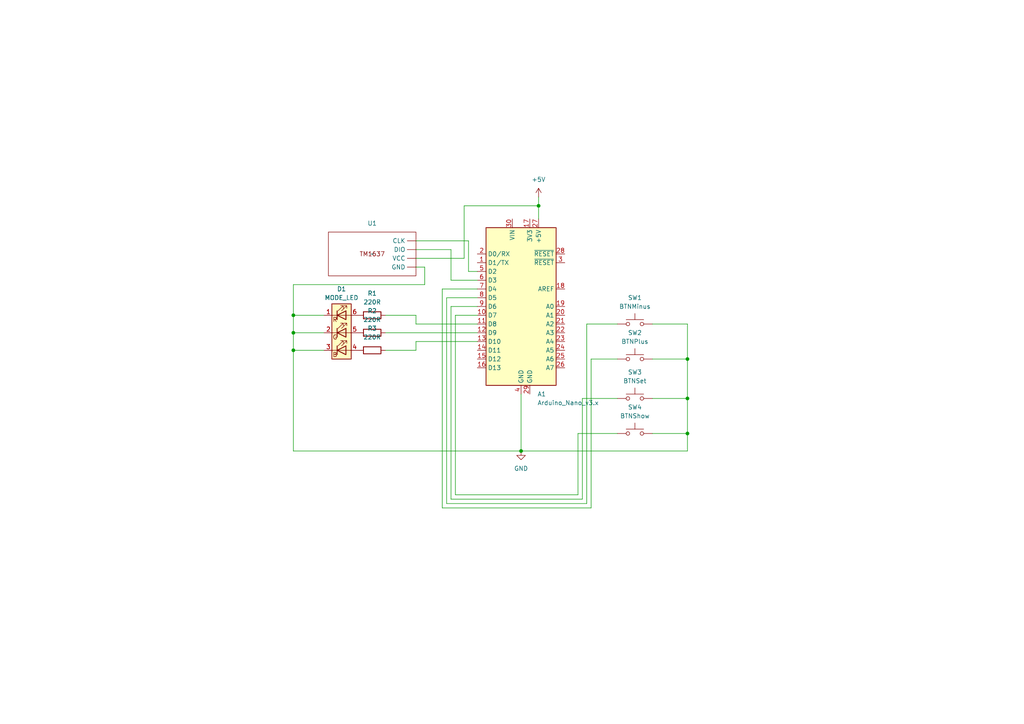
<source format=kicad_sch>
(kicad_sch (version 20230121) (generator eeschema)
  (paper "A4")
  (lib_symbols
    (symbol "Device:LED_RGB" (pin_names (offset 0) hide)
      (property "Reference" "D" (at 0 9.398 0))
      (property "Value" "LED_RGB" (at 0 -8.89 0))
      (symbol "LED_RGB_0_0"
        (text "B" (at -1.905 -6.35 0) (effects (font (size 1.27 1.27))))
        (text "G" (at -1.905 -1.27 0) (effects (font (size 1.27 1.27))))
        (text "R" (at -1.905 3.81 0) (effects (font (size 1.27 1.27))))
      )
      (symbol "LED_RGB_0_1"
        (polyline (pts (xy -1.27 -5.08) (xy -2.54 -5.08)))
        (polyline (pts (xy -1.27 -5.08) (xy 1.27 -5.08)))
        (polyline (pts (xy -1.27 -3.81) (xy -1.27 -6.35)) (stroke (width 0.254)))
        (polyline (pts (xy -1.27 0) (xy -2.54 0)))
        (polyline (pts (xy -1.27 1.27) (xy -1.27 -1.27)) (stroke (width 0.254)))
        (polyline (pts (xy -1.27 5.08) (xy -2.54 5.08)))
        (polyline (pts (xy -1.27 5.08) (xy 1.27 5.08)))
        (polyline (pts (xy -1.27 6.35) (xy -1.27 3.81)) (stroke (width 0.254)))
        (polyline (pts (xy 1.27 -5.08) (xy 2.54 -5.08)))
        (polyline (pts (xy 1.27 0) (xy -1.27 0)))
        (polyline (pts (xy 1.27 0) (xy 2.54 0)))
        (polyline (pts (xy 1.27 5.08) (xy 2.54 5.08)))
        (polyline (pts (xy -1.27 1.27) (xy -1.27 -1.27) (xy -1.27 -1.27)))
        (polyline (pts (xy -1.27 6.35) (xy -1.27 3.81) (xy -1.27 3.81)))
        (polyline (pts (xy 1.27 -3.81) (xy 1.27 -6.35) (xy -1.27 -5.08) (xy 1.27 -3.81)) (stroke (width 0.254)))
        (polyline (pts (xy 1.27 1.27) (xy 1.27 -1.27) (xy -1.27 0) (xy 1.27 1.27)) (stroke (width 0.254)))
        (polyline (pts (xy 1.27 6.35) (xy 1.27 3.81) (xy -1.27 5.08) (xy 1.27 6.35)) (stroke (width 0.254)))
        (polyline (pts (xy -1.016 -3.81) (xy 0.508 -2.286) (xy -0.254 -2.286) (xy 0.508 -2.286) (xy 0.508 -3.048)))
        (polyline (pts (xy -1.016 1.27) (xy 0.508 2.794) (xy -0.254 2.794) (xy 0.508 2.794) (xy 0.508 2.032)))
        (polyline (pts (xy -1.016 6.35) (xy 0.508 7.874) (xy -0.254 7.874) (xy 0.508 7.874) (xy 0.508 7.112)))
        (polyline (pts (xy 0 -3.81) (xy 1.524 -2.286) (xy 0.762 -2.286) (xy 1.524 -2.286) (xy 1.524 -3.048)))
        (polyline (pts (xy 0 1.27) (xy 1.524 2.794) (xy 0.762 2.794) (xy 1.524 2.794) (xy 1.524 2.032)))
        (polyline (pts (xy 0 6.35) (xy 1.524 7.874) (xy 0.762 7.874) (xy 1.524 7.874) (xy 1.524 7.112)))
        (rectangle (start 1.27 -1.27) (end 1.27 1.27))
        (rectangle (start 1.27 1.27) (end 1.27 1.27))
        (rectangle (start 1.27 3.81) (end 1.27 6.35))
        (rectangle (start 1.27 6.35) (end 1.27 6.35))
        (rectangle (start 2.794 8.382) (end -2.794 -7.62) (stroke (width 0.254)) (fill (type background)))
      )
      (symbol "LED_RGB_1_1"
        (pin passive line (at -5.08 5.08 0) (length 2.54) (name "RK") (number "1"))
        (pin passive line (at -5.08 0 0) (length 2.54) (name "GK") (number "2"))
        (pin passive line (at -5.08 -5.08 0) (length 2.54) (name "BK") (number "3"))
        (pin passive line (at 5.08 -5.08 180) (length 2.54) (name "BA") (number "4"))
        (pin passive line (at 5.08 0 180) (length 2.54) (name "GA") (number "5"))
        (pin passive line (at 5.08 5.08 180) (length 2.54) (name "RA") (number "6"))
      )
    )
    (symbol "Device:R" (pin_numbers hide) (pin_names (offset 0))
      (property "Reference" "R" (at 2.032 0 90))
      (property "Value" "R" (at 0 0 90))
      (symbol "R_0_1"
        (rectangle (start -1.016 -2.54) (end 1.016 2.54) (stroke (width 0.254)))
      )
      (symbol "R_1_1"
        (pin passive line (at 0 3.81 270) (length 1.27) (name "~") (number "1"))
        (pin passive line (at 0 -3.81 90) (length 1.27) (name "~") (number "2"))
      )
    )
    (symbol "MCU_Module:Arduino_Nano_v3.x"
      (property "Reference" "A" (at -10.16 23.495 0))
      (property "Value" "Arduino_Nano_v3.x" (at 5.08 -24.13 0))
      (symbol "Arduino_Nano_v3.x_0_1"
        (rectangle (start -10.16 22.86) (end 10.16 -22.86) (stroke (width 0.254)) (fill (type background)))
      )
      (symbol "Arduino_Nano_v3.x_1_1"
        (pin bidirectional line (at -12.7 12.7 0) (length 2.54) (name "D1/TX") (number "1"))
        (pin bidirectional line (at -12.7 -2.54 0) (length 2.54) (name "D7") (number "10"))
        (pin bidirectional line (at -12.7 -5.08 0) (length 2.54) (name "D8") (number "11"))
        (pin bidirectional line (at -12.7 -7.62 0) (length 2.54) (name "D9") (number "12"))
        (pin bidirectional line (at -12.7 -10.16 0) (length 2.54) (name "D10") (number "13"))
        (pin bidirectional line (at -12.7 -12.7 0) (length 2.54) (name "D11") (number "14"))
        (pin bidirectional line (at -12.7 -15.24 0) (length 2.54) (name "D12") (number "15"))
        (pin bidirectional line (at -12.7 -17.78 0) (length 2.54) (name "D13") (number "16"))
        (pin power_out line (at 2.54 25.4 270) (length 2.54) (name "3V3") (number "17"))
        (pin input line (at 12.7 5.08 180) (length 2.54) (name "AREF") (number "18"))
        (pin bidirectional line (at 12.7 0 180) (length 2.54) (name "A0") (number "19"))
        (pin bidirectional line (at -12.7 15.24 0) (length 2.54) (name "D0/RX") (number "2"))
        (pin bidirectional line (at 12.7 -2.54 180) (length 2.54) (name "A1") (number "20"))
        (pin bidirectional line (at 12.7 -5.08 180) (length 2.54) (name "A2") (number "21"))
        (pin bidirectional line (at 12.7 -7.62 180) (length 2.54) (name "A3") (number "22"))
        (pin bidirectional line (at 12.7 -10.16 180) (length 2.54) (name "A4") (number "23"))
        (pin bidirectional line (at 12.7 -12.7 180) (length 2.54) (name "A5") (number "24"))
        (pin bidirectional line (at 12.7 -15.24 180) (length 2.54) (name "A6") (number "25"))
        (pin bidirectional line (at 12.7 -17.78 180) (length 2.54) (name "A7") (number "26"))
        (pin power_out line (at 5.08 25.4 270) (length 2.54) (name "+5V") (number "27"))
        (pin input line (at 12.7 15.24 180) (length 2.54) (name "~{RESET}") (number "28"))
        (pin power_in line (at 2.54 -25.4 90) (length 2.54) (name "GND") (number "29"))
        (pin input line (at 12.7 12.7 180) (length 2.54) (name "~{RESET}") (number "3"))
        (pin power_in line (at -2.54 25.4 270) (length 2.54) (name "VIN") (number "30"))
        (pin power_in line (at 0 -25.4 90) (length 2.54) (name "GND") (number "4"))
        (pin bidirectional line (at -12.7 10.16 0) (length 2.54) (name "D2") (number "5"))
        (pin bidirectional line (at -12.7 7.62 0) (length 2.54) (name "D3") (number "6"))
        (pin bidirectional line (at -12.7 5.08 0) (length 2.54) (name "D4") (number "7"))
        (pin bidirectional line (at -12.7 2.54 0) (length 2.54) (name "D5") (number "8"))
        (pin bidirectional line (at -12.7 0 0) (length 2.54) (name "D6") (number "9"))
      )
    )
    (symbol "Switch:SW_Push" (pin_numbers hide) (pin_names (offset 1.016) hide)
      (property "Reference" "SW" (at 1.27 2.54 0))
      (property "Value" "SW_Push" (at 0 -1.524 0))
      (symbol "SW_Push_0_1"
        (circle (center -2.032 0) (radius 0.508))
        (polyline (pts (xy 0 1.27) (xy 0 3.048)))
        (polyline (pts (xy 2.54 1.27) (xy -2.54 1.27)))
        (circle (center 2.032 0) (radius 0.508))
        (pin passive line (at -5.08 0 0) (length 2.54) (name "1") (number "1"))
        (pin passive line (at 5.08 0 180) (length 2.54) (name "2") (number "2"))
      )
    )
    (symbol "TM1637:TM1637"
      (property "Reference" "U" (at 0 0 0))
      (symbol "TM1637_0_1"
        (rectangle (start -12.7 6.35) (end 12.7 -6.35))
      )
      (symbol "TM1637_1_1"
        (text "TM1637" (at 0 0 0) (effects (font (size 1.27 1.27))))
        (pin input line (at 12.7 3.81 180) (length 2.54) (name "CLK") (number ""))
        (pin input line (at 12.7 1.27 180) (length 2.54) (name "DIO") (number ""))
        (pin power_in line (at 12.7 -3.81 180) (length 2.54) (name "GND") (number ""))
        (pin power_in line (at 12.7 -1.27 180) (length 2.54) (name "VCC") (number ""))
      )
    )
    (symbol "power:+5V" (power) (pin_names (offset 0))
      (property "Value" "+5V" (at 0 3.556 0))
      (symbol "+5V_0_1"
        (polyline (pts (xy -0.762 1.27) (xy 0 2.54)))
        (polyline (pts (xy 0 0) (xy 0 2.54)))
        (polyline (pts (xy 0 2.54) (xy 0.762 1.27)))
      )
      (symbol "+5V_1_1"
        (pin power_in line (at 0 0 90) (length 0) hide (name "+5V") (number "1"))
      )
    )
    (symbol "power:GND" (power) (pin_names (offset 0))
      (property "Value" "GND" (at 0 -3.81 0))
      (symbol "GND_0_1"
        (polyline (pts (xy 0 0) (xy 0 -1.27) (xy 1.27 -1.27) (xy 0 -2.54) (xy -1.27 -1.27) (xy 0 -1.27)))
      )
      (symbol "GND_1_1"
        (pin power_in line (at 0 0 270) (length 0) hide (name "GND") (number "1"))
      )
    )
  )
  (junction (at 199.39 104.14))
  (junction (at 85.09 91.44))
  (junction (at 199.39 115.57))
  (junction (at 85.09 101.6))
  (junction (at 199.39 125.73))
  (junction (at 156.21 59.69))
  (junction (at 85.09 96.52))
  (junction (at 151.13 130.81))
  (wire (pts (xy 189.23 125.73) (xy 199.39 125.73)))
  (wire (pts (xy 199.39 104.14) (xy 199.39 115.57)))
  (wire (pts (xy 138.43 88.9) (xy 130.81 88.9)))
  (wire (pts (xy 120.65 69.85) (xy 135.89 69.85)))
  (wire (pts (xy 167.64 125.73) (xy 179.07 125.73)))
  (wire (pts (xy 85.09 101.6) (xy 93.98 101.6)))
  (wire (pts (xy 85.09 130.81) (xy 151.13 130.81)))
  (wire (pts (xy 138.43 99.06) (xy 120.65 99.06)))
  (wire (pts (xy 156.21 57.15) (xy 156.21 59.69)))
  (wire (pts (xy 138.43 86.36) (xy 129.54 86.36)))
  (wire (pts (xy 134.62 74.93) (xy 134.62 59.69)))
  (wire (pts (xy 168.91 115.57) (xy 179.07 115.57)))
  (wire (pts (xy 199.39 130.81) (xy 151.13 130.81)))
  (wire (pts (xy 199.39 115.57) (xy 199.39 125.73)))
  (wire (pts (xy 129.54 86.36) (xy 129.54 146.05)))
  (wire (pts (xy 120.65 93.98) (xy 120.65 91.44)))
  (wire (pts (xy 138.43 93.98) (xy 120.65 93.98)))
  (wire (pts (xy 138.43 83.82) (xy 128.27 83.82)))
  (wire (pts (xy 120.65 91.44) (xy 111.76 91.44)))
  (wire (pts (xy 171.45 147.32) (xy 171.45 104.14)))
  (wire (pts (xy 189.23 93.98) (xy 199.39 93.98)))
  (wire (pts (xy 128.27 147.32) (xy 171.45 147.32)))
  (wire (pts (xy 199.39 125.73) (xy 199.39 130.81)))
  (wire (pts (xy 123.19 82.55) (xy 85.09 82.55)))
  (wire (pts (xy 120.65 101.6) (xy 111.76 101.6)))
  (wire (pts (xy 170.18 146.05) (xy 170.18 93.98)))
  (wire (pts (xy 135.89 78.74) (xy 138.43 78.74)))
  (wire (pts (xy 156.21 59.69) (xy 156.21 63.5)))
  (wire (pts (xy 129.54 146.05) (xy 170.18 146.05)))
  (wire (pts (xy 85.09 96.52) (xy 93.98 96.52)))
  (wire (pts (xy 120.65 72.39) (xy 130.81 72.39)))
  (wire (pts (xy 170.18 93.98) (xy 179.07 93.98)))
  (wire (pts (xy 130.81 88.9) (xy 130.81 144.78)))
  (wire (pts (xy 171.45 104.14) (xy 179.07 104.14)))
  (wire (pts (xy 120.65 77.47) (xy 123.19 77.47)))
  (wire (pts (xy 189.23 104.14) (xy 199.39 104.14)))
  (wire (pts (xy 85.09 82.55) (xy 85.09 91.44)))
  (wire (pts (xy 85.09 96.52) (xy 85.09 101.6)))
  (wire (pts (xy 167.64 143.51) (xy 167.64 125.73)))
  (wire (pts (xy 85.09 91.44) (xy 85.09 96.52)))
  (wire (pts (xy 128.27 83.82) (xy 128.27 147.32)))
  (wire (pts (xy 93.98 91.44) (xy 85.09 91.44)))
  (wire (pts (xy 132.08 91.44) (xy 132.08 143.51)))
  (wire (pts (xy 120.65 99.06) (xy 120.65 101.6)))
  (wire (pts (xy 111.76 96.52) (xy 138.43 96.52)))
  (wire (pts (xy 120.65 74.93) (xy 134.62 74.93)))
  (wire (pts (xy 138.43 91.44) (xy 132.08 91.44)))
  (wire (pts (xy 189.23 115.57) (xy 199.39 115.57)))
  (wire (pts (xy 132.08 143.51) (xy 167.64 143.51)))
  (wire (pts (xy 130.81 72.39) (xy 130.81 81.28)))
  (wire (pts (xy 130.81 81.28) (xy 138.43 81.28)))
  (wire (pts (xy 135.89 69.85) (xy 135.89 78.74)))
  (wire (pts (xy 123.19 77.47) (xy 123.19 82.55)))
  (wire (pts (xy 130.81 144.78) (xy 168.91 144.78)))
  (wire (pts (xy 134.62 59.69) (xy 156.21 59.69)))
  (wire (pts (xy 151.13 114.3) (xy 151.13 130.81)))
  (wire (pts (xy 85.09 101.6) (xy 85.09 130.81)))
  (wire (pts (xy 168.91 144.78) (xy 168.91 115.57)))
  (wire (pts (xy 199.39 93.98) (xy 199.39 104.14)))
  (symbol (lib_id "TM1637:TM1637") (at 107.95 73.66 0) (unit 1)
    (property "Reference" "U1" (at 107.95 64.77 0))
    (property "Value" "~" (at 107.95 73.66 0))
  )
  (symbol (lib_id "Device:R") (at 107.95 101.6 90) (unit 1)
    (property "Reference" "R3" (at 107.95 95.25 90))
    (property "Value" "220R" (at 107.95 97.79 90))
  )
  (symbol (lib_id "Device:LED_RGB") (at 99.06 96.52 0) (unit 1)
    (property "Reference" "D1" (at 99.06 83.82 0))
    (property "Value" "MODE_LED" (at 99.06 86.36 0))
  )
  (symbol (lib_id "power:GND") (at 151.13 130.81 0) (unit 1)
    (property "Reference" "#PWR02" (effects hide))
    (property "Value" "GND" (at 151.13 135.89 0))
  )
  (symbol (lib_id "Switch:SW_Push") (at 184.15 93.98 0) (unit 1)
    (property "Reference" "SW1" (at 184.15 86.36 0))
    (property "Value" "BTNMinus" (at 184.15 88.9 0))
  )
  (symbol (lib_id "Device:R") (at 107.95 96.52 90) (unit 1)
    (property "Reference" "R2" (at 107.95 90.17 90))
    (property "Value" "220R" (at 107.95 92.71 90))
  )
  (symbol (lib_id "Device:R") (at 107.95 91.44 90) (unit 1)
    (property "Reference" "R1" (at 107.95 85.09 90))
    (property "Value" "220R" (at 107.95 87.63 90))
  )
  (symbol (lib_id "MCU_Module:Arduino_Nano_v3.x") (at 151.13 88.9 0) (unit 1)
    (property "Reference" "A1" (at 155.8641 114.3 0) (effects (justify left)))
    (property "Value" "Arduino_Nano_v3.x" (at 155.8641 116.84 0) (effects (justify left)))
    (property "Footprint" "Module:Arduino_Nano" (effects hide))
    (property "Datasheet" "http://www.mouser.com/pdfdocs/Gravitech_Arduino_Nano3_0.pdf" (effects hide))
  )
  (symbol (lib_id "Switch:SW_Push") (at 184.15 115.57 0) (unit 1)
    (property "Reference" "SW3" (at 184.15 107.95 0))
    (property "Value" "BTNSet" (at 184.15 110.49 0))
  )
  (symbol (lib_id "Switch:SW_Push") (at 184.15 125.73 0) (unit 1)
    (property "Reference" "SW4" (at 184.15 118.11 0))
    (property "Value" "BTNShow" (at 184.15 120.65 0))
  )
  (symbol (lib_id "Switch:SW_Push") (at 184.15 104.14 0) (unit 1)
    (property "Reference" "SW2" (at 184.15 96.52 0))
    (property "Value" "BTNPlus" (at 184.15 99.06 0))
  )
  (symbol (lib_id "power:+5V") (at 156.21 57.15 0) (unit 1)
    (property "Reference" "#PWR01" (effects hide))
    (property "Value" "+5V" (at 156.21 52.07 0))
  )
)
</source>
